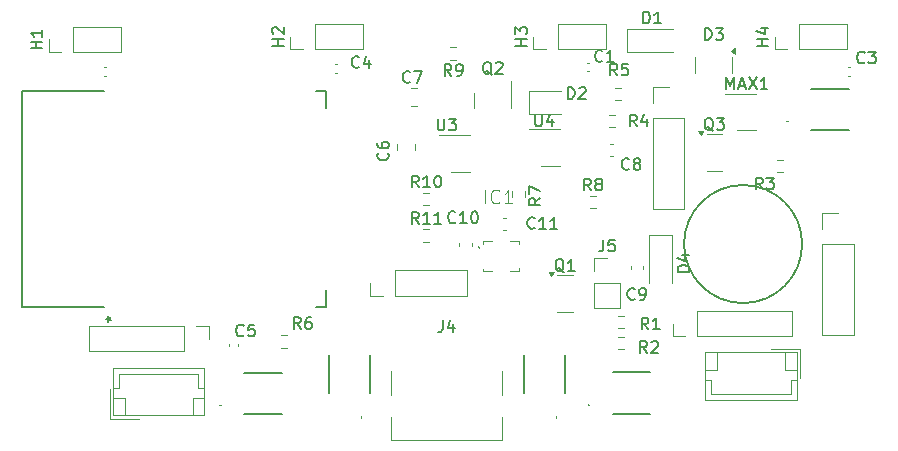
<source format=gbr>
%TF.GenerationSoftware,KiCad,Pcbnew,9.0.1*%
%TF.CreationDate,2025-05-18T13:56:21-05:00*%
%TF.ProjectId,LASK5-V3-0,4c41534b-352d-4563-932d-302e6b696361,rev?*%
%TF.SameCoordinates,Original*%
%TF.FileFunction,Legend,Top*%
%TF.FilePolarity,Positive*%
%FSLAX46Y46*%
G04 Gerber Fmt 4.6, Leading zero omitted, Abs format (unit mm)*
G04 Created by KiCad (PCBNEW 9.0.1) date 2025-05-18 13:56:21*
%MOMM*%
%LPD*%
G01*
G04 APERTURE LIST*
%ADD10C,0.150000*%
%ADD11C,0.101600*%
%ADD12C,0.100000*%
%ADD13C,0.120000*%
%ADD14C,0.200000*%
%ADD15C,0.152400*%
G04 APERTURE END LIST*
D10*
X182000000Y-85725000D02*
G75*
G02*
X172000000Y-85725000I-5000000J0D01*
G01*
X172000000Y-85725000D02*
G75*
G02*
X182000000Y-85725000I5000000J0D01*
G01*
D11*
X155134419Y-82285240D02*
X155134419Y-81116840D01*
X156358457Y-82173963D02*
X156302819Y-82229602D01*
X156302819Y-82229602D02*
X156135905Y-82285240D01*
X156135905Y-82285240D02*
X156024629Y-82285240D01*
X156024629Y-82285240D02*
X155857714Y-82229602D01*
X155857714Y-82229602D02*
X155746438Y-82118325D01*
X155746438Y-82118325D02*
X155690800Y-82007049D01*
X155690800Y-82007049D02*
X155635162Y-81784497D01*
X155635162Y-81784497D02*
X155635162Y-81617582D01*
X155635162Y-81617582D02*
X155690800Y-81395030D01*
X155690800Y-81395030D02*
X155746438Y-81283754D01*
X155746438Y-81283754D02*
X155857714Y-81172478D01*
X155857714Y-81172478D02*
X156024629Y-81116840D01*
X156024629Y-81116840D02*
X156135905Y-81116840D01*
X156135905Y-81116840D02*
X156302819Y-81172478D01*
X156302819Y-81172478D02*
X156358457Y-81228116D01*
X157471219Y-82285240D02*
X156803562Y-82285240D01*
X157137390Y-82285240D02*
X157137390Y-81116840D01*
X157137390Y-81116840D02*
X157026114Y-81283754D01*
X157026114Y-81283754D02*
X156914838Y-81395030D01*
X156914838Y-81395030D02*
X156803562Y-81450668D01*
D10*
X152632142Y-83859580D02*
X152584523Y-83907200D01*
X152584523Y-83907200D02*
X152441666Y-83954819D01*
X152441666Y-83954819D02*
X152346428Y-83954819D01*
X152346428Y-83954819D02*
X152203571Y-83907200D01*
X152203571Y-83907200D02*
X152108333Y-83811961D01*
X152108333Y-83811961D02*
X152060714Y-83716723D01*
X152060714Y-83716723D02*
X152013095Y-83526247D01*
X152013095Y-83526247D02*
X152013095Y-83383390D01*
X152013095Y-83383390D02*
X152060714Y-83192914D01*
X152060714Y-83192914D02*
X152108333Y-83097676D01*
X152108333Y-83097676D02*
X152203571Y-83002438D01*
X152203571Y-83002438D02*
X152346428Y-82954819D01*
X152346428Y-82954819D02*
X152441666Y-82954819D01*
X152441666Y-82954819D02*
X152584523Y-83002438D01*
X152584523Y-83002438D02*
X152632142Y-83050057D01*
X153584523Y-83954819D02*
X153013095Y-83954819D01*
X153298809Y-83954819D02*
X153298809Y-82954819D01*
X153298809Y-82954819D02*
X153203571Y-83097676D01*
X153203571Y-83097676D02*
X153108333Y-83192914D01*
X153108333Y-83192914D02*
X153013095Y-83240533D01*
X154203571Y-82954819D02*
X154298809Y-82954819D01*
X154298809Y-82954819D02*
X154394047Y-83002438D01*
X154394047Y-83002438D02*
X154441666Y-83050057D01*
X154441666Y-83050057D02*
X154489285Y-83145295D01*
X154489285Y-83145295D02*
X154536904Y-83335771D01*
X154536904Y-83335771D02*
X154536904Y-83573866D01*
X154536904Y-83573866D02*
X154489285Y-83764342D01*
X154489285Y-83764342D02*
X154441666Y-83859580D01*
X154441666Y-83859580D02*
X154394047Y-83907200D01*
X154394047Y-83907200D02*
X154298809Y-83954819D01*
X154298809Y-83954819D02*
X154203571Y-83954819D01*
X154203571Y-83954819D02*
X154108333Y-83907200D01*
X154108333Y-83907200D02*
X154060714Y-83859580D01*
X154060714Y-83859580D02*
X154013095Y-83764342D01*
X154013095Y-83764342D02*
X153965476Y-83573866D01*
X153965476Y-83573866D02*
X153965476Y-83335771D01*
X153965476Y-83335771D02*
X154013095Y-83145295D01*
X154013095Y-83145295D02*
X154060714Y-83050057D01*
X154060714Y-83050057D02*
X154108333Y-83002438D01*
X154108333Y-83002438D02*
X154203571Y-82954819D01*
X167981333Y-75765819D02*
X167648000Y-75289628D01*
X167409905Y-75765819D02*
X167409905Y-74765819D01*
X167409905Y-74765819D02*
X167790857Y-74765819D01*
X167790857Y-74765819D02*
X167886095Y-74813438D01*
X167886095Y-74813438D02*
X167933714Y-74861057D01*
X167933714Y-74861057D02*
X167981333Y-74956295D01*
X167981333Y-74956295D02*
X167981333Y-75099152D01*
X167981333Y-75099152D02*
X167933714Y-75194390D01*
X167933714Y-75194390D02*
X167886095Y-75242009D01*
X167886095Y-75242009D02*
X167790857Y-75289628D01*
X167790857Y-75289628D02*
X167409905Y-75289628D01*
X168838476Y-75099152D02*
X168838476Y-75765819D01*
X168600381Y-74718200D02*
X168362286Y-75432485D01*
X168362286Y-75432485D02*
X168981333Y-75432485D01*
X146917580Y-78017666D02*
X146965200Y-78065285D01*
X146965200Y-78065285D02*
X147012819Y-78208142D01*
X147012819Y-78208142D02*
X147012819Y-78303380D01*
X147012819Y-78303380D02*
X146965200Y-78446237D01*
X146965200Y-78446237D02*
X146869961Y-78541475D01*
X146869961Y-78541475D02*
X146774723Y-78589094D01*
X146774723Y-78589094D02*
X146584247Y-78636713D01*
X146584247Y-78636713D02*
X146441390Y-78636713D01*
X146441390Y-78636713D02*
X146250914Y-78589094D01*
X146250914Y-78589094D02*
X146155676Y-78541475D01*
X146155676Y-78541475D02*
X146060438Y-78446237D01*
X146060438Y-78446237D02*
X146012819Y-78303380D01*
X146012819Y-78303380D02*
X146012819Y-78208142D01*
X146012819Y-78208142D02*
X146060438Y-78065285D01*
X146060438Y-78065285D02*
X146108057Y-78017666D01*
X146012819Y-77160523D02*
X146012819Y-77350999D01*
X146012819Y-77350999D02*
X146060438Y-77446237D01*
X146060438Y-77446237D02*
X146108057Y-77493856D01*
X146108057Y-77493856D02*
X146250914Y-77589094D01*
X146250914Y-77589094D02*
X146441390Y-77636713D01*
X146441390Y-77636713D02*
X146822342Y-77636713D01*
X146822342Y-77636713D02*
X146917580Y-77589094D01*
X146917580Y-77589094D02*
X146965200Y-77541475D01*
X146965200Y-77541475D02*
X147012819Y-77446237D01*
X147012819Y-77446237D02*
X147012819Y-77255761D01*
X147012819Y-77255761D02*
X146965200Y-77160523D01*
X146965200Y-77160523D02*
X146917580Y-77112904D01*
X146917580Y-77112904D02*
X146822342Y-77065285D01*
X146822342Y-77065285D02*
X146584247Y-77065285D01*
X146584247Y-77065285D02*
X146489009Y-77112904D01*
X146489009Y-77112904D02*
X146441390Y-77160523D01*
X146441390Y-77160523D02*
X146393771Y-77255761D01*
X146393771Y-77255761D02*
X146393771Y-77446237D01*
X146393771Y-77446237D02*
X146441390Y-77541475D01*
X146441390Y-77541475D02*
X146489009Y-77589094D01*
X146489009Y-77589094D02*
X146584247Y-77636713D01*
X161842261Y-88100057D02*
X161747023Y-88052438D01*
X161747023Y-88052438D02*
X161651785Y-87957200D01*
X161651785Y-87957200D02*
X161508928Y-87814342D01*
X161508928Y-87814342D02*
X161413690Y-87766723D01*
X161413690Y-87766723D02*
X161318452Y-87766723D01*
X161366071Y-88004819D02*
X161270833Y-87957200D01*
X161270833Y-87957200D02*
X161175595Y-87861961D01*
X161175595Y-87861961D02*
X161127976Y-87671485D01*
X161127976Y-87671485D02*
X161127976Y-87338152D01*
X161127976Y-87338152D02*
X161175595Y-87147676D01*
X161175595Y-87147676D02*
X161270833Y-87052438D01*
X161270833Y-87052438D02*
X161366071Y-87004819D01*
X161366071Y-87004819D02*
X161556547Y-87004819D01*
X161556547Y-87004819D02*
X161651785Y-87052438D01*
X161651785Y-87052438D02*
X161747023Y-87147676D01*
X161747023Y-87147676D02*
X161794642Y-87338152D01*
X161794642Y-87338152D02*
X161794642Y-87671485D01*
X161794642Y-87671485D02*
X161747023Y-87861961D01*
X161747023Y-87861961D02*
X161651785Y-87957200D01*
X161651785Y-87957200D02*
X161556547Y-88004819D01*
X161556547Y-88004819D02*
X161366071Y-88004819D01*
X162747023Y-88004819D02*
X162175595Y-88004819D01*
X162461309Y-88004819D02*
X162461309Y-87004819D01*
X162461309Y-87004819D02*
X162366071Y-87147676D01*
X162366071Y-87147676D02*
X162270833Y-87242914D01*
X162270833Y-87242914D02*
X162175595Y-87290533D01*
X152297333Y-71480819D02*
X151964000Y-71004628D01*
X151725905Y-71480819D02*
X151725905Y-70480819D01*
X151725905Y-70480819D02*
X152106857Y-70480819D01*
X152106857Y-70480819D02*
X152202095Y-70528438D01*
X152202095Y-70528438D02*
X152249714Y-70576057D01*
X152249714Y-70576057D02*
X152297333Y-70671295D01*
X152297333Y-70671295D02*
X152297333Y-70814152D01*
X152297333Y-70814152D02*
X152249714Y-70909390D01*
X152249714Y-70909390D02*
X152202095Y-70957009D01*
X152202095Y-70957009D02*
X152106857Y-71004628D01*
X152106857Y-71004628D02*
X151725905Y-71004628D01*
X152773524Y-71480819D02*
X152964000Y-71480819D01*
X152964000Y-71480819D02*
X153059238Y-71433200D01*
X153059238Y-71433200D02*
X153106857Y-71385580D01*
X153106857Y-71385580D02*
X153202095Y-71242723D01*
X153202095Y-71242723D02*
X153249714Y-71052247D01*
X153249714Y-71052247D02*
X153249714Y-70671295D01*
X153249714Y-70671295D02*
X153202095Y-70576057D01*
X153202095Y-70576057D02*
X153154476Y-70528438D01*
X153154476Y-70528438D02*
X153059238Y-70480819D01*
X153059238Y-70480819D02*
X152868762Y-70480819D01*
X152868762Y-70480819D02*
X152773524Y-70528438D01*
X152773524Y-70528438D02*
X152725905Y-70576057D01*
X152725905Y-70576057D02*
X152678286Y-70671295D01*
X152678286Y-70671295D02*
X152678286Y-70909390D01*
X152678286Y-70909390D02*
X152725905Y-71004628D01*
X152725905Y-71004628D02*
X152773524Y-71052247D01*
X152773524Y-71052247D02*
X152868762Y-71099866D01*
X152868762Y-71099866D02*
X153059238Y-71099866D01*
X153059238Y-71099866D02*
X153154476Y-71052247D01*
X153154476Y-71052247D02*
X153202095Y-71004628D01*
X153202095Y-71004628D02*
X153249714Y-70909390D01*
X155728761Y-71416057D02*
X155633523Y-71368438D01*
X155633523Y-71368438D02*
X155538285Y-71273200D01*
X155538285Y-71273200D02*
X155395428Y-71130342D01*
X155395428Y-71130342D02*
X155300190Y-71082723D01*
X155300190Y-71082723D02*
X155204952Y-71082723D01*
X155252571Y-71320819D02*
X155157333Y-71273200D01*
X155157333Y-71273200D02*
X155062095Y-71177961D01*
X155062095Y-71177961D02*
X155014476Y-70987485D01*
X155014476Y-70987485D02*
X155014476Y-70654152D01*
X155014476Y-70654152D02*
X155062095Y-70463676D01*
X155062095Y-70463676D02*
X155157333Y-70368438D01*
X155157333Y-70368438D02*
X155252571Y-70320819D01*
X155252571Y-70320819D02*
X155443047Y-70320819D01*
X155443047Y-70320819D02*
X155538285Y-70368438D01*
X155538285Y-70368438D02*
X155633523Y-70463676D01*
X155633523Y-70463676D02*
X155681142Y-70654152D01*
X155681142Y-70654152D02*
X155681142Y-70987485D01*
X155681142Y-70987485D02*
X155633523Y-71177961D01*
X155633523Y-71177961D02*
X155538285Y-71273200D01*
X155538285Y-71273200D02*
X155443047Y-71320819D01*
X155443047Y-71320819D02*
X155252571Y-71320819D01*
X156062095Y-70416057D02*
X156109714Y-70368438D01*
X156109714Y-70368438D02*
X156204952Y-70320819D01*
X156204952Y-70320819D02*
X156443047Y-70320819D01*
X156443047Y-70320819D02*
X156538285Y-70368438D01*
X156538285Y-70368438D02*
X156585904Y-70416057D01*
X156585904Y-70416057D02*
X156633523Y-70511295D01*
X156633523Y-70511295D02*
X156633523Y-70606533D01*
X156633523Y-70606533D02*
X156585904Y-70749390D01*
X156585904Y-70749390D02*
X156014476Y-71320819D01*
X156014476Y-71320819D02*
X156633523Y-71320819D01*
X159385095Y-74765819D02*
X159385095Y-75575342D01*
X159385095Y-75575342D02*
X159432714Y-75670580D01*
X159432714Y-75670580D02*
X159480333Y-75718200D01*
X159480333Y-75718200D02*
X159575571Y-75765819D01*
X159575571Y-75765819D02*
X159766047Y-75765819D01*
X159766047Y-75765819D02*
X159861285Y-75718200D01*
X159861285Y-75718200D02*
X159908904Y-75670580D01*
X159908904Y-75670580D02*
X159956523Y-75575342D01*
X159956523Y-75575342D02*
X159956523Y-74765819D01*
X160861285Y-75099152D02*
X160861285Y-75765819D01*
X160623190Y-74718200D02*
X160385095Y-75432485D01*
X160385095Y-75432485D02*
X161004142Y-75432485D01*
X138126819Y-68929504D02*
X137126819Y-68929504D01*
X137603009Y-68929504D02*
X137603009Y-68358076D01*
X138126819Y-68358076D02*
X137126819Y-68358076D01*
X137222057Y-67929504D02*
X137174438Y-67881885D01*
X137174438Y-67881885D02*
X137126819Y-67786647D01*
X137126819Y-67786647D02*
X137126819Y-67548552D01*
X137126819Y-67548552D02*
X137174438Y-67453314D01*
X137174438Y-67453314D02*
X137222057Y-67405695D01*
X137222057Y-67405695D02*
X137317295Y-67358076D01*
X137317295Y-67358076D02*
X137412533Y-67358076D01*
X137412533Y-67358076D02*
X137555390Y-67405695D01*
X137555390Y-67405695D02*
X138126819Y-67977123D01*
X138126819Y-67977123D02*
X138126819Y-67358076D01*
X167346333Y-79353580D02*
X167298714Y-79401200D01*
X167298714Y-79401200D02*
X167155857Y-79448819D01*
X167155857Y-79448819D02*
X167060619Y-79448819D01*
X167060619Y-79448819D02*
X166917762Y-79401200D01*
X166917762Y-79401200D02*
X166822524Y-79305961D01*
X166822524Y-79305961D02*
X166774905Y-79210723D01*
X166774905Y-79210723D02*
X166727286Y-79020247D01*
X166727286Y-79020247D02*
X166727286Y-78877390D01*
X166727286Y-78877390D02*
X166774905Y-78686914D01*
X166774905Y-78686914D02*
X166822524Y-78591676D01*
X166822524Y-78591676D02*
X166917762Y-78496438D01*
X166917762Y-78496438D02*
X167060619Y-78448819D01*
X167060619Y-78448819D02*
X167155857Y-78448819D01*
X167155857Y-78448819D02*
X167298714Y-78496438D01*
X167298714Y-78496438D02*
X167346333Y-78544057D01*
X167917762Y-78877390D02*
X167822524Y-78829771D01*
X167822524Y-78829771D02*
X167774905Y-78782152D01*
X167774905Y-78782152D02*
X167727286Y-78686914D01*
X167727286Y-78686914D02*
X167727286Y-78639295D01*
X167727286Y-78639295D02*
X167774905Y-78544057D01*
X167774905Y-78544057D02*
X167822524Y-78496438D01*
X167822524Y-78496438D02*
X167917762Y-78448819D01*
X167917762Y-78448819D02*
X168108238Y-78448819D01*
X168108238Y-78448819D02*
X168203476Y-78496438D01*
X168203476Y-78496438D02*
X168251095Y-78544057D01*
X168251095Y-78544057D02*
X168298714Y-78639295D01*
X168298714Y-78639295D02*
X168298714Y-78686914D01*
X168298714Y-78686914D02*
X168251095Y-78782152D01*
X168251095Y-78782152D02*
X168203476Y-78829771D01*
X168203476Y-78829771D02*
X168108238Y-78877390D01*
X168108238Y-78877390D02*
X167917762Y-78877390D01*
X167917762Y-78877390D02*
X167822524Y-78925009D01*
X167822524Y-78925009D02*
X167774905Y-78972628D01*
X167774905Y-78972628D02*
X167727286Y-79067866D01*
X167727286Y-79067866D02*
X167727286Y-79258342D01*
X167727286Y-79258342D02*
X167774905Y-79353580D01*
X167774905Y-79353580D02*
X167822524Y-79401200D01*
X167822524Y-79401200D02*
X167917762Y-79448819D01*
X167917762Y-79448819D02*
X168108238Y-79448819D01*
X168108238Y-79448819D02*
X168203476Y-79401200D01*
X168203476Y-79401200D02*
X168251095Y-79353580D01*
X168251095Y-79353580D02*
X168298714Y-79258342D01*
X168298714Y-79258342D02*
X168298714Y-79067866D01*
X168298714Y-79067866D02*
X168251095Y-78972628D01*
X168251095Y-78972628D02*
X168203476Y-78925009D01*
X168203476Y-78925009D02*
X168108238Y-78877390D01*
X151130095Y-75098819D02*
X151130095Y-75908342D01*
X151130095Y-75908342D02*
X151177714Y-76003580D01*
X151177714Y-76003580D02*
X151225333Y-76051200D01*
X151225333Y-76051200D02*
X151320571Y-76098819D01*
X151320571Y-76098819D02*
X151511047Y-76098819D01*
X151511047Y-76098819D02*
X151606285Y-76051200D01*
X151606285Y-76051200D02*
X151653904Y-76003580D01*
X151653904Y-76003580D02*
X151701523Y-75908342D01*
X151701523Y-75908342D02*
X151701523Y-75098819D01*
X152082476Y-75098819D02*
X152701523Y-75098819D01*
X152701523Y-75098819D02*
X152368190Y-75479771D01*
X152368190Y-75479771D02*
X152511047Y-75479771D01*
X152511047Y-75479771D02*
X152606285Y-75527390D01*
X152606285Y-75527390D02*
X152653904Y-75575009D01*
X152653904Y-75575009D02*
X152701523Y-75670247D01*
X152701523Y-75670247D02*
X152701523Y-75908342D01*
X152701523Y-75908342D02*
X152653904Y-76003580D01*
X152653904Y-76003580D02*
X152606285Y-76051200D01*
X152606285Y-76051200D02*
X152511047Y-76098819D01*
X152511047Y-76098819D02*
X152225333Y-76098819D01*
X152225333Y-76098819D02*
X152130095Y-76051200D01*
X152130095Y-76051200D02*
X152082476Y-76003580D01*
X178649333Y-81099819D02*
X178316000Y-80623628D01*
X178077905Y-81099819D02*
X178077905Y-80099819D01*
X178077905Y-80099819D02*
X178458857Y-80099819D01*
X178458857Y-80099819D02*
X178554095Y-80147438D01*
X178554095Y-80147438D02*
X178601714Y-80195057D01*
X178601714Y-80195057D02*
X178649333Y-80290295D01*
X178649333Y-80290295D02*
X178649333Y-80433152D01*
X178649333Y-80433152D02*
X178601714Y-80528390D01*
X178601714Y-80528390D02*
X178554095Y-80576009D01*
X178554095Y-80576009D02*
X178458857Y-80623628D01*
X178458857Y-80623628D02*
X178077905Y-80623628D01*
X178982667Y-80099819D02*
X179601714Y-80099819D01*
X179601714Y-80099819D02*
X179268381Y-80480771D01*
X179268381Y-80480771D02*
X179411238Y-80480771D01*
X179411238Y-80480771D02*
X179506476Y-80528390D01*
X179506476Y-80528390D02*
X179554095Y-80576009D01*
X179554095Y-80576009D02*
X179601714Y-80671247D01*
X179601714Y-80671247D02*
X179601714Y-80909342D01*
X179601714Y-80909342D02*
X179554095Y-81004580D01*
X179554095Y-81004580D02*
X179506476Y-81052200D01*
X179506476Y-81052200D02*
X179411238Y-81099819D01*
X179411238Y-81099819D02*
X179125524Y-81099819D01*
X179125524Y-81099819D02*
X179030286Y-81052200D01*
X179030286Y-81052200D02*
X178982667Y-81004580D01*
X168857333Y-94942819D02*
X168524000Y-94466628D01*
X168285905Y-94942819D02*
X168285905Y-93942819D01*
X168285905Y-93942819D02*
X168666857Y-93942819D01*
X168666857Y-93942819D02*
X168762095Y-93990438D01*
X168762095Y-93990438D02*
X168809714Y-94038057D01*
X168809714Y-94038057D02*
X168857333Y-94133295D01*
X168857333Y-94133295D02*
X168857333Y-94276152D01*
X168857333Y-94276152D02*
X168809714Y-94371390D01*
X168809714Y-94371390D02*
X168762095Y-94419009D01*
X168762095Y-94419009D02*
X168666857Y-94466628D01*
X168666857Y-94466628D02*
X168285905Y-94466628D01*
X169238286Y-94038057D02*
X169285905Y-93990438D01*
X169285905Y-93990438D02*
X169381143Y-93942819D01*
X169381143Y-93942819D02*
X169619238Y-93942819D01*
X169619238Y-93942819D02*
X169714476Y-93990438D01*
X169714476Y-93990438D02*
X169762095Y-94038057D01*
X169762095Y-94038057D02*
X169809714Y-94133295D01*
X169809714Y-94133295D02*
X169809714Y-94228533D01*
X169809714Y-94228533D02*
X169762095Y-94371390D01*
X169762095Y-94371390D02*
X169190667Y-94942819D01*
X169190667Y-94942819D02*
X169809714Y-94942819D01*
X164108333Y-81193819D02*
X163775000Y-80717628D01*
X163536905Y-81193819D02*
X163536905Y-80193819D01*
X163536905Y-80193819D02*
X163917857Y-80193819D01*
X163917857Y-80193819D02*
X164013095Y-80241438D01*
X164013095Y-80241438D02*
X164060714Y-80289057D01*
X164060714Y-80289057D02*
X164108333Y-80384295D01*
X164108333Y-80384295D02*
X164108333Y-80527152D01*
X164108333Y-80527152D02*
X164060714Y-80622390D01*
X164060714Y-80622390D02*
X164013095Y-80670009D01*
X164013095Y-80670009D02*
X163917857Y-80717628D01*
X163917857Y-80717628D02*
X163536905Y-80717628D01*
X164679762Y-80622390D02*
X164584524Y-80574771D01*
X164584524Y-80574771D02*
X164536905Y-80527152D01*
X164536905Y-80527152D02*
X164489286Y-80431914D01*
X164489286Y-80431914D02*
X164489286Y-80384295D01*
X164489286Y-80384295D02*
X164536905Y-80289057D01*
X164536905Y-80289057D02*
X164584524Y-80241438D01*
X164584524Y-80241438D02*
X164679762Y-80193819D01*
X164679762Y-80193819D02*
X164870238Y-80193819D01*
X164870238Y-80193819D02*
X164965476Y-80241438D01*
X164965476Y-80241438D02*
X165013095Y-80289057D01*
X165013095Y-80289057D02*
X165060714Y-80384295D01*
X165060714Y-80384295D02*
X165060714Y-80431914D01*
X165060714Y-80431914D02*
X165013095Y-80527152D01*
X165013095Y-80527152D02*
X164965476Y-80574771D01*
X164965476Y-80574771D02*
X164870238Y-80622390D01*
X164870238Y-80622390D02*
X164679762Y-80622390D01*
X164679762Y-80622390D02*
X164584524Y-80670009D01*
X164584524Y-80670009D02*
X164536905Y-80717628D01*
X164536905Y-80717628D02*
X164489286Y-80812866D01*
X164489286Y-80812866D02*
X164489286Y-81003342D01*
X164489286Y-81003342D02*
X164536905Y-81098580D01*
X164536905Y-81098580D02*
X164584524Y-81146200D01*
X164584524Y-81146200D02*
X164679762Y-81193819D01*
X164679762Y-81193819D02*
X164870238Y-81193819D01*
X164870238Y-81193819D02*
X164965476Y-81146200D01*
X164965476Y-81146200D02*
X165013095Y-81098580D01*
X165013095Y-81098580D02*
X165060714Y-81003342D01*
X165060714Y-81003342D02*
X165060714Y-80812866D01*
X165060714Y-80812866D02*
X165013095Y-80717628D01*
X165013095Y-80717628D02*
X164965476Y-80670009D01*
X164965476Y-80670009D02*
X164870238Y-80622390D01*
X174467261Y-76150057D02*
X174372023Y-76102438D01*
X174372023Y-76102438D02*
X174276785Y-76007200D01*
X174276785Y-76007200D02*
X174133928Y-75864342D01*
X174133928Y-75864342D02*
X174038690Y-75816723D01*
X174038690Y-75816723D02*
X173943452Y-75816723D01*
X173991071Y-76054819D02*
X173895833Y-76007200D01*
X173895833Y-76007200D02*
X173800595Y-75911961D01*
X173800595Y-75911961D02*
X173752976Y-75721485D01*
X173752976Y-75721485D02*
X173752976Y-75388152D01*
X173752976Y-75388152D02*
X173800595Y-75197676D01*
X173800595Y-75197676D02*
X173895833Y-75102438D01*
X173895833Y-75102438D02*
X173991071Y-75054819D01*
X173991071Y-75054819D02*
X174181547Y-75054819D01*
X174181547Y-75054819D02*
X174276785Y-75102438D01*
X174276785Y-75102438D02*
X174372023Y-75197676D01*
X174372023Y-75197676D02*
X174419642Y-75388152D01*
X174419642Y-75388152D02*
X174419642Y-75721485D01*
X174419642Y-75721485D02*
X174372023Y-75911961D01*
X174372023Y-75911961D02*
X174276785Y-76007200D01*
X174276785Y-76007200D02*
X174181547Y-76054819D01*
X174181547Y-76054819D02*
X173991071Y-76054819D01*
X174752976Y-75054819D02*
X175372023Y-75054819D01*
X175372023Y-75054819D02*
X175038690Y-75435771D01*
X175038690Y-75435771D02*
X175181547Y-75435771D01*
X175181547Y-75435771D02*
X175276785Y-75483390D01*
X175276785Y-75483390D02*
X175324404Y-75531009D01*
X175324404Y-75531009D02*
X175372023Y-75626247D01*
X175372023Y-75626247D02*
X175372023Y-75864342D01*
X175372023Y-75864342D02*
X175324404Y-75959580D01*
X175324404Y-75959580D02*
X175276785Y-76007200D01*
X175276785Y-76007200D02*
X175181547Y-76054819D01*
X175181547Y-76054819D02*
X174895833Y-76054819D01*
X174895833Y-76054819D02*
X174800595Y-76007200D01*
X174800595Y-76007200D02*
X174752976Y-75959580D01*
X144486333Y-70717580D02*
X144438714Y-70765200D01*
X144438714Y-70765200D02*
X144295857Y-70812819D01*
X144295857Y-70812819D02*
X144200619Y-70812819D01*
X144200619Y-70812819D02*
X144057762Y-70765200D01*
X144057762Y-70765200D02*
X143962524Y-70669961D01*
X143962524Y-70669961D02*
X143914905Y-70574723D01*
X143914905Y-70574723D02*
X143867286Y-70384247D01*
X143867286Y-70384247D02*
X143867286Y-70241390D01*
X143867286Y-70241390D02*
X143914905Y-70050914D01*
X143914905Y-70050914D02*
X143962524Y-69955676D01*
X143962524Y-69955676D02*
X144057762Y-69860438D01*
X144057762Y-69860438D02*
X144200619Y-69812819D01*
X144200619Y-69812819D02*
X144295857Y-69812819D01*
X144295857Y-69812819D02*
X144438714Y-69860438D01*
X144438714Y-69860438D02*
X144486333Y-69908057D01*
X145343476Y-70146152D02*
X145343476Y-70812819D01*
X145105381Y-69765200D02*
X144867286Y-70479485D01*
X144867286Y-70479485D02*
X145486333Y-70479485D01*
X134707333Y-93450580D02*
X134659714Y-93498200D01*
X134659714Y-93498200D02*
X134516857Y-93545819D01*
X134516857Y-93545819D02*
X134421619Y-93545819D01*
X134421619Y-93545819D02*
X134278762Y-93498200D01*
X134278762Y-93498200D02*
X134183524Y-93402961D01*
X134183524Y-93402961D02*
X134135905Y-93307723D01*
X134135905Y-93307723D02*
X134088286Y-93117247D01*
X134088286Y-93117247D02*
X134088286Y-92974390D01*
X134088286Y-92974390D02*
X134135905Y-92783914D01*
X134135905Y-92783914D02*
X134183524Y-92688676D01*
X134183524Y-92688676D02*
X134278762Y-92593438D01*
X134278762Y-92593438D02*
X134421619Y-92545819D01*
X134421619Y-92545819D02*
X134516857Y-92545819D01*
X134516857Y-92545819D02*
X134659714Y-92593438D01*
X134659714Y-92593438D02*
X134707333Y-92641057D01*
X135612095Y-92545819D02*
X135135905Y-92545819D01*
X135135905Y-92545819D02*
X135088286Y-93022009D01*
X135088286Y-93022009D02*
X135135905Y-92974390D01*
X135135905Y-92974390D02*
X135231143Y-92926771D01*
X135231143Y-92926771D02*
X135469238Y-92926771D01*
X135469238Y-92926771D02*
X135564476Y-92974390D01*
X135564476Y-92974390D02*
X135612095Y-93022009D01*
X135612095Y-93022009D02*
X135659714Y-93117247D01*
X135659714Y-93117247D02*
X135659714Y-93355342D01*
X135659714Y-93355342D02*
X135612095Y-93450580D01*
X135612095Y-93450580D02*
X135564476Y-93498200D01*
X135564476Y-93498200D02*
X135469238Y-93545819D01*
X135469238Y-93545819D02*
X135231143Y-93545819D01*
X135231143Y-93545819D02*
X135135905Y-93498200D01*
X135135905Y-93498200D02*
X135088286Y-93450580D01*
X187285333Y-70336580D02*
X187237714Y-70384200D01*
X187237714Y-70384200D02*
X187094857Y-70431819D01*
X187094857Y-70431819D02*
X186999619Y-70431819D01*
X186999619Y-70431819D02*
X186856762Y-70384200D01*
X186856762Y-70384200D02*
X186761524Y-70288961D01*
X186761524Y-70288961D02*
X186713905Y-70193723D01*
X186713905Y-70193723D02*
X186666286Y-70003247D01*
X186666286Y-70003247D02*
X186666286Y-69860390D01*
X186666286Y-69860390D02*
X186713905Y-69669914D01*
X186713905Y-69669914D02*
X186761524Y-69574676D01*
X186761524Y-69574676D02*
X186856762Y-69479438D01*
X186856762Y-69479438D02*
X186999619Y-69431819D01*
X186999619Y-69431819D02*
X187094857Y-69431819D01*
X187094857Y-69431819D02*
X187237714Y-69479438D01*
X187237714Y-69479438D02*
X187285333Y-69527057D01*
X187618667Y-69431819D02*
X188237714Y-69431819D01*
X188237714Y-69431819D02*
X187904381Y-69812771D01*
X187904381Y-69812771D02*
X188047238Y-69812771D01*
X188047238Y-69812771D02*
X188142476Y-69860390D01*
X188142476Y-69860390D02*
X188190095Y-69908009D01*
X188190095Y-69908009D02*
X188237714Y-70003247D01*
X188237714Y-70003247D02*
X188237714Y-70241342D01*
X188237714Y-70241342D02*
X188190095Y-70336580D01*
X188190095Y-70336580D02*
X188142476Y-70384200D01*
X188142476Y-70384200D02*
X188047238Y-70431819D01*
X188047238Y-70431819D02*
X187761524Y-70431819D01*
X187761524Y-70431819D02*
X187666286Y-70384200D01*
X187666286Y-70384200D02*
X187618667Y-70336580D01*
X168534905Y-67049819D02*
X168534905Y-66049819D01*
X168534905Y-66049819D02*
X168773000Y-66049819D01*
X168773000Y-66049819D02*
X168915857Y-66097438D01*
X168915857Y-66097438D02*
X169011095Y-66192676D01*
X169011095Y-66192676D02*
X169058714Y-66287914D01*
X169058714Y-66287914D02*
X169106333Y-66478390D01*
X169106333Y-66478390D02*
X169106333Y-66621247D01*
X169106333Y-66621247D02*
X169058714Y-66811723D01*
X169058714Y-66811723D02*
X169011095Y-66906961D01*
X169011095Y-66906961D02*
X168915857Y-67002200D01*
X168915857Y-67002200D02*
X168773000Y-67049819D01*
X168773000Y-67049819D02*
X168534905Y-67049819D01*
X170058714Y-67049819D02*
X169487286Y-67049819D01*
X169773000Y-67049819D02*
X169773000Y-66049819D01*
X169773000Y-66049819D02*
X169677762Y-66192676D01*
X169677762Y-66192676D02*
X169582524Y-66287914D01*
X169582524Y-66287914D02*
X169487286Y-66335533D01*
X179147819Y-68929504D02*
X178147819Y-68929504D01*
X178624009Y-68929504D02*
X178624009Y-68358076D01*
X179147819Y-68358076D02*
X178147819Y-68358076D01*
X178481152Y-67453314D02*
X179147819Y-67453314D01*
X178100200Y-67691409D02*
X178814485Y-67929504D01*
X178814485Y-67929504D02*
X178814485Y-67310457D01*
X168984333Y-92954819D02*
X168651000Y-92478628D01*
X168412905Y-92954819D02*
X168412905Y-91954819D01*
X168412905Y-91954819D02*
X168793857Y-91954819D01*
X168793857Y-91954819D02*
X168889095Y-92002438D01*
X168889095Y-92002438D02*
X168936714Y-92050057D01*
X168936714Y-92050057D02*
X168984333Y-92145295D01*
X168984333Y-92145295D02*
X168984333Y-92288152D01*
X168984333Y-92288152D02*
X168936714Y-92383390D01*
X168936714Y-92383390D02*
X168889095Y-92431009D01*
X168889095Y-92431009D02*
X168793857Y-92478628D01*
X168793857Y-92478628D02*
X168412905Y-92478628D01*
X169936714Y-92954819D02*
X169365286Y-92954819D01*
X169651000Y-92954819D02*
X169651000Y-91954819D01*
X169651000Y-91954819D02*
X169555762Y-92097676D01*
X169555762Y-92097676D02*
X169460524Y-92192914D01*
X169460524Y-92192914D02*
X169365286Y-92240533D01*
X159839819Y-81826666D02*
X159363628Y-82159999D01*
X159839819Y-82398094D02*
X158839819Y-82398094D01*
X158839819Y-82398094D02*
X158839819Y-82017142D01*
X158839819Y-82017142D02*
X158887438Y-81921904D01*
X158887438Y-81921904D02*
X158935057Y-81874285D01*
X158935057Y-81874285D02*
X159030295Y-81826666D01*
X159030295Y-81826666D02*
X159173152Y-81826666D01*
X159173152Y-81826666D02*
X159268390Y-81874285D01*
X159268390Y-81874285D02*
X159316009Y-81921904D01*
X159316009Y-81921904D02*
X159363628Y-82017142D01*
X159363628Y-82017142D02*
X159363628Y-82398094D01*
X158839819Y-81493332D02*
X158839819Y-80826666D01*
X158839819Y-80826666D02*
X159839819Y-81255237D01*
X123045819Y-92049299D02*
X123283914Y-92049299D01*
X123188676Y-92287394D02*
X123283914Y-92049299D01*
X123283914Y-92049299D02*
X123188676Y-91811204D01*
X123474390Y-92192156D02*
X123283914Y-92049299D01*
X123283914Y-92049299D02*
X123474390Y-91906442D01*
X149532142Y-80939819D02*
X149198809Y-80463628D01*
X148960714Y-80939819D02*
X148960714Y-79939819D01*
X148960714Y-79939819D02*
X149341666Y-79939819D01*
X149341666Y-79939819D02*
X149436904Y-79987438D01*
X149436904Y-79987438D02*
X149484523Y-80035057D01*
X149484523Y-80035057D02*
X149532142Y-80130295D01*
X149532142Y-80130295D02*
X149532142Y-80273152D01*
X149532142Y-80273152D02*
X149484523Y-80368390D01*
X149484523Y-80368390D02*
X149436904Y-80416009D01*
X149436904Y-80416009D02*
X149341666Y-80463628D01*
X149341666Y-80463628D02*
X148960714Y-80463628D01*
X150484523Y-80939819D02*
X149913095Y-80939819D01*
X150198809Y-80939819D02*
X150198809Y-79939819D01*
X150198809Y-79939819D02*
X150103571Y-80082676D01*
X150103571Y-80082676D02*
X150008333Y-80177914D01*
X150008333Y-80177914D02*
X149913095Y-80225533D01*
X151103571Y-79939819D02*
X151198809Y-79939819D01*
X151198809Y-79939819D02*
X151294047Y-79987438D01*
X151294047Y-79987438D02*
X151341666Y-80035057D01*
X151341666Y-80035057D02*
X151389285Y-80130295D01*
X151389285Y-80130295D02*
X151436904Y-80320771D01*
X151436904Y-80320771D02*
X151436904Y-80558866D01*
X151436904Y-80558866D02*
X151389285Y-80749342D01*
X151389285Y-80749342D02*
X151341666Y-80844580D01*
X151341666Y-80844580D02*
X151294047Y-80892200D01*
X151294047Y-80892200D02*
X151198809Y-80939819D01*
X151198809Y-80939819D02*
X151103571Y-80939819D01*
X151103571Y-80939819D02*
X151008333Y-80892200D01*
X151008333Y-80892200D02*
X150960714Y-80844580D01*
X150960714Y-80844580D02*
X150913095Y-80749342D01*
X150913095Y-80749342D02*
X150865476Y-80558866D01*
X150865476Y-80558866D02*
X150865476Y-80320771D01*
X150865476Y-80320771D02*
X150913095Y-80130295D01*
X150913095Y-80130295D02*
X150960714Y-80035057D01*
X150960714Y-80035057D02*
X151008333Y-79987438D01*
X151008333Y-79987438D02*
X151103571Y-79939819D01*
X173761905Y-68454819D02*
X173761905Y-67454819D01*
X173761905Y-67454819D02*
X174000000Y-67454819D01*
X174000000Y-67454819D02*
X174142857Y-67502438D01*
X174142857Y-67502438D02*
X174238095Y-67597676D01*
X174238095Y-67597676D02*
X174285714Y-67692914D01*
X174285714Y-67692914D02*
X174333333Y-67883390D01*
X174333333Y-67883390D02*
X174333333Y-68026247D01*
X174333333Y-68026247D02*
X174285714Y-68216723D01*
X174285714Y-68216723D02*
X174238095Y-68311961D01*
X174238095Y-68311961D02*
X174142857Y-68407200D01*
X174142857Y-68407200D02*
X174000000Y-68454819D01*
X174000000Y-68454819D02*
X173761905Y-68454819D01*
X174666667Y-67454819D02*
X175285714Y-67454819D01*
X175285714Y-67454819D02*
X174952381Y-67835771D01*
X174952381Y-67835771D02*
X175095238Y-67835771D01*
X175095238Y-67835771D02*
X175190476Y-67883390D01*
X175190476Y-67883390D02*
X175238095Y-67931009D01*
X175238095Y-67931009D02*
X175285714Y-68026247D01*
X175285714Y-68026247D02*
X175285714Y-68264342D01*
X175285714Y-68264342D02*
X175238095Y-68359580D01*
X175238095Y-68359580D02*
X175190476Y-68407200D01*
X175190476Y-68407200D02*
X175095238Y-68454819D01*
X175095238Y-68454819D02*
X174809524Y-68454819D01*
X174809524Y-68454819D02*
X174714286Y-68407200D01*
X174714286Y-68407200D02*
X174666667Y-68359580D01*
X139533333Y-92910819D02*
X139200000Y-92434628D01*
X138961905Y-92910819D02*
X138961905Y-91910819D01*
X138961905Y-91910819D02*
X139342857Y-91910819D01*
X139342857Y-91910819D02*
X139438095Y-91958438D01*
X139438095Y-91958438D02*
X139485714Y-92006057D01*
X139485714Y-92006057D02*
X139533333Y-92101295D01*
X139533333Y-92101295D02*
X139533333Y-92244152D01*
X139533333Y-92244152D02*
X139485714Y-92339390D01*
X139485714Y-92339390D02*
X139438095Y-92387009D01*
X139438095Y-92387009D02*
X139342857Y-92434628D01*
X139342857Y-92434628D02*
X138961905Y-92434628D01*
X140390476Y-91910819D02*
X140200000Y-91910819D01*
X140200000Y-91910819D02*
X140104762Y-91958438D01*
X140104762Y-91958438D02*
X140057143Y-92006057D01*
X140057143Y-92006057D02*
X139961905Y-92148914D01*
X139961905Y-92148914D02*
X139914286Y-92339390D01*
X139914286Y-92339390D02*
X139914286Y-92720342D01*
X139914286Y-92720342D02*
X139961905Y-92815580D01*
X139961905Y-92815580D02*
X140009524Y-92863200D01*
X140009524Y-92863200D02*
X140104762Y-92910819D01*
X140104762Y-92910819D02*
X140295238Y-92910819D01*
X140295238Y-92910819D02*
X140390476Y-92863200D01*
X140390476Y-92863200D02*
X140438095Y-92815580D01*
X140438095Y-92815580D02*
X140485714Y-92720342D01*
X140485714Y-92720342D02*
X140485714Y-92482247D01*
X140485714Y-92482247D02*
X140438095Y-92387009D01*
X140438095Y-92387009D02*
X140390476Y-92339390D01*
X140390476Y-92339390D02*
X140295238Y-92291771D01*
X140295238Y-92291771D02*
X140104762Y-92291771D01*
X140104762Y-92291771D02*
X140009524Y-92339390D01*
X140009524Y-92339390D02*
X139961905Y-92387009D01*
X139961905Y-92387009D02*
X139914286Y-92482247D01*
X162158905Y-73454819D02*
X162158905Y-72454819D01*
X162158905Y-72454819D02*
X162397000Y-72454819D01*
X162397000Y-72454819D02*
X162539857Y-72502438D01*
X162539857Y-72502438D02*
X162635095Y-72597676D01*
X162635095Y-72597676D02*
X162682714Y-72692914D01*
X162682714Y-72692914D02*
X162730333Y-72883390D01*
X162730333Y-72883390D02*
X162730333Y-73026247D01*
X162730333Y-73026247D02*
X162682714Y-73216723D01*
X162682714Y-73216723D02*
X162635095Y-73311961D01*
X162635095Y-73311961D02*
X162539857Y-73407200D01*
X162539857Y-73407200D02*
X162397000Y-73454819D01*
X162397000Y-73454819D02*
X162158905Y-73454819D01*
X163111286Y-72550057D02*
X163158905Y-72502438D01*
X163158905Y-72502438D02*
X163254143Y-72454819D01*
X163254143Y-72454819D02*
X163492238Y-72454819D01*
X163492238Y-72454819D02*
X163587476Y-72502438D01*
X163587476Y-72502438D02*
X163635095Y-72550057D01*
X163635095Y-72550057D02*
X163682714Y-72645295D01*
X163682714Y-72645295D02*
X163682714Y-72740533D01*
X163682714Y-72740533D02*
X163635095Y-72883390D01*
X163635095Y-72883390D02*
X163063667Y-73454819D01*
X163063667Y-73454819D02*
X163682714Y-73454819D01*
X172454819Y-88088094D02*
X171454819Y-88088094D01*
X171454819Y-88088094D02*
X171454819Y-87849999D01*
X171454819Y-87849999D02*
X171502438Y-87707142D01*
X171502438Y-87707142D02*
X171597676Y-87611904D01*
X171597676Y-87611904D02*
X171692914Y-87564285D01*
X171692914Y-87564285D02*
X171883390Y-87516666D01*
X171883390Y-87516666D02*
X172026247Y-87516666D01*
X172026247Y-87516666D02*
X172216723Y-87564285D01*
X172216723Y-87564285D02*
X172311961Y-87611904D01*
X172311961Y-87611904D02*
X172407200Y-87707142D01*
X172407200Y-87707142D02*
X172454819Y-87849999D01*
X172454819Y-87849999D02*
X172454819Y-88088094D01*
X171788152Y-86659523D02*
X172454819Y-86659523D01*
X171407200Y-86897618D02*
X172121485Y-87135713D01*
X172121485Y-87135713D02*
X172121485Y-86516666D01*
X151556666Y-92189819D02*
X151556666Y-92904104D01*
X151556666Y-92904104D02*
X151509047Y-93046961D01*
X151509047Y-93046961D02*
X151413809Y-93142200D01*
X151413809Y-93142200D02*
X151270952Y-93189819D01*
X151270952Y-93189819D02*
X151175714Y-93189819D01*
X152461428Y-92523152D02*
X152461428Y-93189819D01*
X152223333Y-92142200D02*
X151985238Y-92856485D01*
X151985238Y-92856485D02*
X152604285Y-92856485D01*
X167833333Y-90359580D02*
X167785714Y-90407200D01*
X167785714Y-90407200D02*
X167642857Y-90454819D01*
X167642857Y-90454819D02*
X167547619Y-90454819D01*
X167547619Y-90454819D02*
X167404762Y-90407200D01*
X167404762Y-90407200D02*
X167309524Y-90311961D01*
X167309524Y-90311961D02*
X167261905Y-90216723D01*
X167261905Y-90216723D02*
X167214286Y-90026247D01*
X167214286Y-90026247D02*
X167214286Y-89883390D01*
X167214286Y-89883390D02*
X167261905Y-89692914D01*
X167261905Y-89692914D02*
X167309524Y-89597676D01*
X167309524Y-89597676D02*
X167404762Y-89502438D01*
X167404762Y-89502438D02*
X167547619Y-89454819D01*
X167547619Y-89454819D02*
X167642857Y-89454819D01*
X167642857Y-89454819D02*
X167785714Y-89502438D01*
X167785714Y-89502438D02*
X167833333Y-89550057D01*
X168309524Y-90454819D02*
X168500000Y-90454819D01*
X168500000Y-90454819D02*
X168595238Y-90407200D01*
X168595238Y-90407200D02*
X168642857Y-90359580D01*
X168642857Y-90359580D02*
X168738095Y-90216723D01*
X168738095Y-90216723D02*
X168785714Y-90026247D01*
X168785714Y-90026247D02*
X168785714Y-89645295D01*
X168785714Y-89645295D02*
X168738095Y-89550057D01*
X168738095Y-89550057D02*
X168690476Y-89502438D01*
X168690476Y-89502438D02*
X168595238Y-89454819D01*
X168595238Y-89454819D02*
X168404762Y-89454819D01*
X168404762Y-89454819D02*
X168309524Y-89502438D01*
X168309524Y-89502438D02*
X168261905Y-89550057D01*
X168261905Y-89550057D02*
X168214286Y-89645295D01*
X168214286Y-89645295D02*
X168214286Y-89883390D01*
X168214286Y-89883390D02*
X168261905Y-89978628D01*
X168261905Y-89978628D02*
X168309524Y-90026247D01*
X168309524Y-90026247D02*
X168404762Y-90073866D01*
X168404762Y-90073866D02*
X168595238Y-90073866D01*
X168595238Y-90073866D02*
X168690476Y-90026247D01*
X168690476Y-90026247D02*
X168738095Y-89978628D01*
X168738095Y-89978628D02*
X168785714Y-89883390D01*
X166333333Y-71454819D02*
X166000000Y-70978628D01*
X165761905Y-71454819D02*
X165761905Y-70454819D01*
X165761905Y-70454819D02*
X166142857Y-70454819D01*
X166142857Y-70454819D02*
X166238095Y-70502438D01*
X166238095Y-70502438D02*
X166285714Y-70550057D01*
X166285714Y-70550057D02*
X166333333Y-70645295D01*
X166333333Y-70645295D02*
X166333333Y-70788152D01*
X166333333Y-70788152D02*
X166285714Y-70883390D01*
X166285714Y-70883390D02*
X166238095Y-70931009D01*
X166238095Y-70931009D02*
X166142857Y-70978628D01*
X166142857Y-70978628D02*
X165761905Y-70978628D01*
X167238095Y-70454819D02*
X166761905Y-70454819D01*
X166761905Y-70454819D02*
X166714286Y-70931009D01*
X166714286Y-70931009D02*
X166761905Y-70883390D01*
X166761905Y-70883390D02*
X166857143Y-70835771D01*
X166857143Y-70835771D02*
X167095238Y-70835771D01*
X167095238Y-70835771D02*
X167190476Y-70883390D01*
X167190476Y-70883390D02*
X167238095Y-70931009D01*
X167238095Y-70931009D02*
X167285714Y-71026247D01*
X167285714Y-71026247D02*
X167285714Y-71264342D01*
X167285714Y-71264342D02*
X167238095Y-71359580D01*
X167238095Y-71359580D02*
X167190476Y-71407200D01*
X167190476Y-71407200D02*
X167095238Y-71454819D01*
X167095238Y-71454819D02*
X166857143Y-71454819D01*
X166857143Y-71454819D02*
X166761905Y-71407200D01*
X166761905Y-71407200D02*
X166714286Y-71359580D01*
X165166666Y-85344819D02*
X165166666Y-86059104D01*
X165166666Y-86059104D02*
X165119047Y-86201961D01*
X165119047Y-86201961D02*
X165023809Y-86297200D01*
X165023809Y-86297200D02*
X164880952Y-86344819D01*
X164880952Y-86344819D02*
X164785714Y-86344819D01*
X166119047Y-85344819D02*
X165642857Y-85344819D01*
X165642857Y-85344819D02*
X165595238Y-85821009D01*
X165595238Y-85821009D02*
X165642857Y-85773390D01*
X165642857Y-85773390D02*
X165738095Y-85725771D01*
X165738095Y-85725771D02*
X165976190Y-85725771D01*
X165976190Y-85725771D02*
X166071428Y-85773390D01*
X166071428Y-85773390D02*
X166119047Y-85821009D01*
X166119047Y-85821009D02*
X166166666Y-85916247D01*
X166166666Y-85916247D02*
X166166666Y-86154342D01*
X166166666Y-86154342D02*
X166119047Y-86249580D01*
X166119047Y-86249580D02*
X166071428Y-86297200D01*
X166071428Y-86297200D02*
X165976190Y-86344819D01*
X165976190Y-86344819D02*
X165738095Y-86344819D01*
X165738095Y-86344819D02*
X165642857Y-86297200D01*
X165642857Y-86297200D02*
X165595238Y-86249580D01*
X148810333Y-71987580D02*
X148762714Y-72035200D01*
X148762714Y-72035200D02*
X148619857Y-72082819D01*
X148619857Y-72082819D02*
X148524619Y-72082819D01*
X148524619Y-72082819D02*
X148381762Y-72035200D01*
X148381762Y-72035200D02*
X148286524Y-71939961D01*
X148286524Y-71939961D02*
X148238905Y-71844723D01*
X148238905Y-71844723D02*
X148191286Y-71654247D01*
X148191286Y-71654247D02*
X148191286Y-71511390D01*
X148191286Y-71511390D02*
X148238905Y-71320914D01*
X148238905Y-71320914D02*
X148286524Y-71225676D01*
X148286524Y-71225676D02*
X148381762Y-71130438D01*
X148381762Y-71130438D02*
X148524619Y-71082819D01*
X148524619Y-71082819D02*
X148619857Y-71082819D01*
X148619857Y-71082819D02*
X148762714Y-71130438D01*
X148762714Y-71130438D02*
X148810333Y-71178057D01*
X149143667Y-71082819D02*
X149810333Y-71082819D01*
X149810333Y-71082819D02*
X149381762Y-72082819D01*
X165088333Y-70209580D02*
X165040714Y-70257200D01*
X165040714Y-70257200D02*
X164897857Y-70304819D01*
X164897857Y-70304819D02*
X164802619Y-70304819D01*
X164802619Y-70304819D02*
X164659762Y-70257200D01*
X164659762Y-70257200D02*
X164564524Y-70161961D01*
X164564524Y-70161961D02*
X164516905Y-70066723D01*
X164516905Y-70066723D02*
X164469286Y-69876247D01*
X164469286Y-69876247D02*
X164469286Y-69733390D01*
X164469286Y-69733390D02*
X164516905Y-69542914D01*
X164516905Y-69542914D02*
X164564524Y-69447676D01*
X164564524Y-69447676D02*
X164659762Y-69352438D01*
X164659762Y-69352438D02*
X164802619Y-69304819D01*
X164802619Y-69304819D02*
X164897857Y-69304819D01*
X164897857Y-69304819D02*
X165040714Y-69352438D01*
X165040714Y-69352438D02*
X165088333Y-69400057D01*
X166040714Y-70304819D02*
X165469286Y-70304819D01*
X165755000Y-70304819D02*
X165755000Y-69304819D01*
X165755000Y-69304819D02*
X165659762Y-69447676D01*
X165659762Y-69447676D02*
X165564524Y-69542914D01*
X165564524Y-69542914D02*
X165469286Y-69590533D01*
X159357142Y-84359580D02*
X159309523Y-84407200D01*
X159309523Y-84407200D02*
X159166666Y-84454819D01*
X159166666Y-84454819D02*
X159071428Y-84454819D01*
X159071428Y-84454819D02*
X158928571Y-84407200D01*
X158928571Y-84407200D02*
X158833333Y-84311961D01*
X158833333Y-84311961D02*
X158785714Y-84216723D01*
X158785714Y-84216723D02*
X158738095Y-84026247D01*
X158738095Y-84026247D02*
X158738095Y-83883390D01*
X158738095Y-83883390D02*
X158785714Y-83692914D01*
X158785714Y-83692914D02*
X158833333Y-83597676D01*
X158833333Y-83597676D02*
X158928571Y-83502438D01*
X158928571Y-83502438D02*
X159071428Y-83454819D01*
X159071428Y-83454819D02*
X159166666Y-83454819D01*
X159166666Y-83454819D02*
X159309523Y-83502438D01*
X159309523Y-83502438D02*
X159357142Y-83550057D01*
X160309523Y-84454819D02*
X159738095Y-84454819D01*
X160023809Y-84454819D02*
X160023809Y-83454819D01*
X160023809Y-83454819D02*
X159928571Y-83597676D01*
X159928571Y-83597676D02*
X159833333Y-83692914D01*
X159833333Y-83692914D02*
X159738095Y-83740533D01*
X161261904Y-84454819D02*
X160690476Y-84454819D01*
X160976190Y-84454819D02*
X160976190Y-83454819D01*
X160976190Y-83454819D02*
X160880952Y-83597676D01*
X160880952Y-83597676D02*
X160785714Y-83692914D01*
X160785714Y-83692914D02*
X160690476Y-83740533D01*
X117679819Y-69160504D02*
X116679819Y-69160504D01*
X117156009Y-69160504D02*
X117156009Y-68589076D01*
X117679819Y-68589076D02*
X116679819Y-68589076D01*
X117679819Y-67589076D02*
X117679819Y-68160504D01*
X117679819Y-67874790D02*
X116679819Y-67874790D01*
X116679819Y-67874790D02*
X116822676Y-67970028D01*
X116822676Y-67970028D02*
X116917914Y-68065266D01*
X116917914Y-68065266D02*
X116965533Y-68160504D01*
X158700819Y-68929504D02*
X157700819Y-68929504D01*
X158177009Y-68929504D02*
X158177009Y-68358076D01*
X158700819Y-68358076D02*
X157700819Y-68358076D01*
X157700819Y-67977123D02*
X157700819Y-67358076D01*
X157700819Y-67358076D02*
X158081771Y-67691409D01*
X158081771Y-67691409D02*
X158081771Y-67548552D01*
X158081771Y-67548552D02*
X158129390Y-67453314D01*
X158129390Y-67453314D02*
X158177009Y-67405695D01*
X158177009Y-67405695D02*
X158272247Y-67358076D01*
X158272247Y-67358076D02*
X158510342Y-67358076D01*
X158510342Y-67358076D02*
X158605580Y-67405695D01*
X158605580Y-67405695D02*
X158653200Y-67453314D01*
X158653200Y-67453314D02*
X158700819Y-67548552D01*
X158700819Y-67548552D02*
X158700819Y-67834266D01*
X158700819Y-67834266D02*
X158653200Y-67929504D01*
X158653200Y-67929504D02*
X158605580Y-67977123D01*
X175583214Y-72603819D02*
X175583214Y-71603819D01*
X175583214Y-71603819D02*
X175916547Y-72318104D01*
X175916547Y-72318104D02*
X176249880Y-71603819D01*
X176249880Y-71603819D02*
X176249880Y-72603819D01*
X176678452Y-72318104D02*
X177154642Y-72318104D01*
X176583214Y-72603819D02*
X176916547Y-71603819D01*
X176916547Y-71603819D02*
X177249880Y-72603819D01*
X177487976Y-71603819D02*
X178154642Y-72603819D01*
X178154642Y-71603819D02*
X177487976Y-72603819D01*
X179059404Y-72603819D02*
X178487976Y-72603819D01*
X178773690Y-72603819D02*
X178773690Y-71603819D01*
X178773690Y-71603819D02*
X178678452Y-71746676D01*
X178678452Y-71746676D02*
X178583214Y-71841914D01*
X178583214Y-71841914D02*
X178487976Y-71889533D01*
X149532142Y-84024819D02*
X149198809Y-83548628D01*
X148960714Y-84024819D02*
X148960714Y-83024819D01*
X148960714Y-83024819D02*
X149341666Y-83024819D01*
X149341666Y-83024819D02*
X149436904Y-83072438D01*
X149436904Y-83072438D02*
X149484523Y-83120057D01*
X149484523Y-83120057D02*
X149532142Y-83215295D01*
X149532142Y-83215295D02*
X149532142Y-83358152D01*
X149532142Y-83358152D02*
X149484523Y-83453390D01*
X149484523Y-83453390D02*
X149436904Y-83501009D01*
X149436904Y-83501009D02*
X149341666Y-83548628D01*
X149341666Y-83548628D02*
X148960714Y-83548628D01*
X150484523Y-84024819D02*
X149913095Y-84024819D01*
X150198809Y-84024819D02*
X150198809Y-83024819D01*
X150198809Y-83024819D02*
X150103571Y-83167676D01*
X150103571Y-83167676D02*
X150008333Y-83262914D01*
X150008333Y-83262914D02*
X149913095Y-83310533D01*
X151436904Y-84024819D02*
X150865476Y-84024819D01*
X151151190Y-84024819D02*
X151151190Y-83024819D01*
X151151190Y-83024819D02*
X151055952Y-83167676D01*
X151055952Y-83167676D02*
X150960714Y-83262914D01*
X150960714Y-83262914D02*
X150865476Y-83310533D01*
D12*
%TO.C,IC1*%
X154600000Y-85950000D02*
X154600000Y-85950000D01*
X154600000Y-86050000D02*
X154600000Y-86050000D01*
X155000000Y-85500000D02*
X155700000Y-85500000D01*
X155000000Y-85750000D02*
X155000000Y-85500000D01*
X155000000Y-87850000D02*
X155000000Y-88000000D01*
X155000000Y-88000000D02*
X155700000Y-88000000D01*
X157300000Y-85500000D02*
X158000000Y-85500000D01*
X157300000Y-88000000D02*
X158000000Y-88000000D01*
X158000000Y-85500000D02*
X158000000Y-85750000D01*
X158000000Y-88000000D02*
X158000000Y-87750000D01*
X154600000Y-85950000D02*
G75*
G02*
X154600000Y-86050000I0J-50000D01*
G01*
X154600000Y-86050000D02*
G75*
G02*
X154600000Y-85950000I0J50000D01*
G01*
D13*
%TO.C,C2*%
X122856164Y-70760000D02*
X123071836Y-70760000D01*
X122856164Y-71480000D02*
X123071836Y-71480000D01*
%TO.C,C10*%
X152990000Y-85915580D02*
X152990000Y-85634420D01*
X154010000Y-85915580D02*
X154010000Y-85634420D01*
%TO.C,R4*%
X165688742Y-74788500D02*
X166163258Y-74788500D01*
X165688742Y-75833500D02*
X166163258Y-75833500D01*
%TO.C,C6*%
X147717000Y-77269748D02*
X147717000Y-77792252D01*
X149187000Y-77269748D02*
X149187000Y-77792252D01*
%TO.C,Q1*%
X161937500Y-88390000D02*
X161287500Y-88390000D01*
X161937500Y-88390000D02*
X162587500Y-88390000D01*
X161937500Y-91510000D02*
X161287500Y-91510000D01*
X161937500Y-91510000D02*
X162587500Y-91510000D01*
X160775000Y-88440000D02*
X160535000Y-88110000D01*
X161015000Y-88110000D01*
X160775000Y-88440000D01*
G36*
X160775000Y-88440000D02*
G01*
X160535000Y-88110000D01*
X161015000Y-88110000D01*
X160775000Y-88440000D01*
G37*
%TO.C,R9*%
X152701258Y-69073500D02*
X152226742Y-69073500D01*
X152701258Y-70118500D02*
X152226742Y-70118500D01*
%TO.C,Q2*%
X154203000Y-73581500D02*
X154203000Y-72931500D01*
X154203000Y-73581500D02*
X154203000Y-74231500D01*
X157323000Y-73581500D02*
X157323000Y-71906500D01*
X157323000Y-73581500D02*
X157323000Y-74231500D01*
%TO.C,U4*%
X160660500Y-75976000D02*
X158860500Y-75976000D01*
X160660500Y-75976000D02*
X161460500Y-75976000D01*
X160660500Y-79096000D02*
X159860500Y-79096000D01*
X160660500Y-79096000D02*
X161460500Y-79096000D01*
%TO.C,J1*%
X169358000Y-72457000D02*
X170688000Y-72457000D01*
X169358000Y-73787000D02*
X169358000Y-72457000D01*
X169358000Y-75057000D02*
X169358000Y-82737000D01*
X169358000Y-75057000D02*
X172018000Y-75057000D01*
X169358000Y-82737000D02*
X172018000Y-82737000D01*
X172018000Y-75057000D02*
X172018000Y-82737000D01*
D12*
%TO.C,SW_PWR1*%
X180669000Y-75334000D02*
X180669000Y-75334000D01*
X180769000Y-75334000D02*
X180769000Y-75334000D01*
X180769000Y-75334000D02*
X180769000Y-75334000D01*
D14*
X185969000Y-72584000D02*
X182769000Y-72584000D01*
X185969000Y-76084000D02*
X182769000Y-76084000D01*
D12*
X180669000Y-75334000D02*
G75*
G02*
X180769000Y-75334000I50000J0D01*
G01*
X180669000Y-75334000D02*
G75*
G02*
X180769000Y-75334000I50000J0D01*
G01*
X180769000Y-75334000D02*
G75*
G02*
X180669000Y-75334000I-50000J0D01*
G01*
D13*
%TO.C,H2*%
X138672000Y-69227600D02*
X138672000Y-68167600D01*
X139732000Y-69227600D02*
X138672000Y-69227600D01*
X140732000Y-67107600D02*
X144792000Y-67107600D01*
X140732000Y-69227600D02*
X140732000Y-67107600D01*
X140732000Y-69227600D02*
X144792000Y-69227600D01*
X144792000Y-69227600D02*
X144792000Y-67107600D01*
%TO.C,C8*%
X165989580Y-77219000D02*
X165708420Y-77219000D01*
X165989580Y-78239000D02*
X165708420Y-78239000D01*
%TO.C,U3*%
X153040500Y-76484000D02*
X151240500Y-76484000D01*
X153040500Y-76484000D02*
X153840500Y-76484000D01*
X153040500Y-79604000D02*
X152240500Y-79604000D01*
X153040500Y-79604000D02*
X153840500Y-79604000D01*
%TO.C,R3*%
X179912742Y-78598500D02*
X180387258Y-78598500D01*
X179912742Y-79643500D02*
X180387258Y-79643500D01*
%TO.C,R2*%
X166437742Y-93584500D02*
X166912258Y-93584500D01*
X166437742Y-94629500D02*
X166912258Y-94629500D01*
%TO.C,R8*%
X164037742Y-81646500D02*
X164512258Y-81646500D01*
X164037742Y-82691500D02*
X164512258Y-82691500D01*
%TO.C,Q3*%
X174562500Y-76440000D02*
X173912500Y-76440000D01*
X174562500Y-76440000D02*
X175212500Y-76440000D01*
X174562500Y-79560000D02*
X173912500Y-79560000D01*
X174562500Y-79560000D02*
X175212500Y-79560000D01*
X173400000Y-76490000D02*
X173160000Y-76160000D01*
X173640000Y-76160000D01*
X173400000Y-76490000D01*
G36*
X173400000Y-76490000D02*
G01*
X173160000Y-76160000D01*
X173640000Y-76160000D01*
X173400000Y-76490000D01*
G37*
%TO.C,C4*%
X142414164Y-70506000D02*
X142629836Y-70506000D01*
X142414164Y-71226000D02*
X142629836Y-71226000D01*
%TO.C,C5*%
X133498000Y-94154164D02*
X133498000Y-94369836D01*
X134218000Y-94154164D02*
X134218000Y-94369836D01*
%TO.C,C3*%
X185848164Y-70760000D02*
X186063836Y-70760000D01*
X185848164Y-71480000D02*
X186063836Y-71480000D01*
%TO.C,D1*%
X167190000Y-67500000D02*
X167190000Y-69500000D01*
X167190000Y-67500000D02*
X171050000Y-67500000D01*
X167190000Y-69500000D02*
X171050000Y-69500000D01*
%TO.C,Joystick1*%
X171025000Y-93516000D02*
X171025000Y-92456000D01*
X172085000Y-93516000D02*
X171025000Y-93516000D01*
X173085000Y-91396000D02*
X181145000Y-91396000D01*
X173085000Y-93516000D02*
X173085000Y-91396000D01*
X173085000Y-93516000D02*
X181145000Y-93516000D01*
X181145000Y-93516000D02*
X181145000Y-91396000D01*
%TO.C,H4*%
X179693000Y-69227600D02*
X179693000Y-68167600D01*
X180753000Y-69227600D02*
X179693000Y-69227600D01*
X181753000Y-67107600D02*
X185813000Y-67107600D01*
X181753000Y-69227600D02*
X181753000Y-67107600D01*
X181753000Y-69227600D02*
X185813000Y-69227600D01*
X185813000Y-69227600D02*
X185813000Y-67107600D01*
%TO.C,R1*%
X166437742Y-91806500D02*
X166912258Y-91806500D01*
X166437742Y-92851500D02*
X166912258Y-92851500D01*
D12*
%TO.C,SW_SEL1*%
X163848000Y-99337000D02*
X163848000Y-99337000D01*
X163948000Y-99337000D02*
X163948000Y-99337000D01*
X163948000Y-99337000D02*
X163948000Y-99337000D01*
D14*
X169148000Y-96587000D02*
X165948000Y-96587000D01*
X169148000Y-100087000D02*
X165948000Y-100087000D01*
D12*
X163848000Y-99337000D02*
G75*
G02*
X163948000Y-99337000I50000J0D01*
G01*
X163848000Y-99337000D02*
G75*
G02*
X163948000Y-99337000I50000J0D01*
G01*
X163948000Y-99337000D02*
G75*
G02*
X163848000Y-99337000I-50000J0D01*
G01*
D13*
%TO.C,R7*%
X157465500Y-81232742D02*
X157465500Y-81707258D01*
X158510500Y-81232742D02*
X158510500Y-81707258D01*
%TO.C,BattExtLTC4054*%
X173813000Y-94891000D02*
X173813000Y-98911000D01*
X173813000Y-96391000D02*
X174813000Y-96391000D01*
X173813000Y-98911000D02*
X181533000Y-98911000D01*
X174313000Y-97201000D02*
X173813000Y-97201000D01*
X174313000Y-98411000D02*
X174313000Y-97201000D01*
X174813000Y-96391000D02*
X174813000Y-94891000D01*
X180533000Y-96391000D02*
X180533000Y-94891000D01*
X181033000Y-97201000D02*
X181033000Y-98411000D01*
X181033000Y-98411000D02*
X174313000Y-98411000D01*
X181533000Y-94891000D02*
X173813000Y-94891000D01*
X181533000Y-96391000D02*
X180533000Y-96391000D01*
X181533000Y-97201000D02*
X181033000Y-97201000D01*
X181533000Y-98911000D02*
X181533000Y-94891000D01*
X181833000Y-94591000D02*
X179333000Y-94591000D01*
X181833000Y-97091000D02*
X181833000Y-94591000D01*
D15*
%TO.C,U2*%
X115973200Y-72783700D02*
X115973200Y-91046300D01*
X115973200Y-91046300D02*
X122851860Y-91046300D01*
X122851860Y-72783700D02*
X115973200Y-72783700D01*
X140840140Y-91046300D02*
X141728800Y-91046300D01*
X141728800Y-72783700D02*
X140840140Y-72783700D01*
X141728800Y-74190860D02*
X141728800Y-72783700D01*
X141728800Y-91046300D02*
X141728800Y-89639140D01*
D13*
%TO.C,J2*%
X123368000Y-98027000D02*
X123368000Y-100527000D01*
X123368000Y-100527000D02*
X125868000Y-100527000D01*
X123668000Y-96207000D02*
X123668000Y-100227000D01*
X123668000Y-97917000D02*
X124168000Y-97917000D01*
X123668000Y-98727000D02*
X124668000Y-98727000D01*
X123668000Y-100227000D02*
X131388000Y-100227000D01*
X124168000Y-96707000D02*
X130888000Y-96707000D01*
X124168000Y-97917000D02*
X124168000Y-96707000D01*
X124668000Y-98727000D02*
X124668000Y-100227000D01*
X130388000Y-98727000D02*
X130388000Y-100227000D01*
X130888000Y-96707000D02*
X130888000Y-97917000D01*
X130888000Y-97917000D02*
X131388000Y-97917000D01*
X131388000Y-96207000D02*
X123668000Y-96207000D01*
X131388000Y-98727000D02*
X130388000Y-98727000D01*
X131388000Y-100227000D02*
X131388000Y-96207000D01*
%TO.C,J3*%
X145390000Y-90110000D02*
X145390000Y-89000000D01*
X146500000Y-90110000D02*
X145390000Y-90110000D01*
X147500000Y-87890000D02*
X153610000Y-87890000D01*
X147500000Y-90110000D02*
X147500000Y-87890000D01*
X147500000Y-90110000D02*
X153610000Y-90110000D01*
X153610000Y-90110000D02*
X153610000Y-87890000D01*
%TO.C,Joystick2*%
X121623000Y-92666000D02*
X121623000Y-94786000D01*
X129683000Y-92666000D02*
X121623000Y-92666000D01*
X129683000Y-92666000D02*
X129683000Y-94786000D01*
X129683000Y-94786000D02*
X121623000Y-94786000D01*
X130683000Y-92666000D02*
X131743000Y-92666000D01*
X131743000Y-92666000D02*
X131743000Y-93726000D01*
D14*
%TO.C,SW_RST1*%
X141926000Y-95139000D02*
X141926000Y-98339000D01*
D12*
X144676000Y-100339000D02*
X144676000Y-100339000D01*
X144676000Y-100339000D02*
X144676000Y-100339000D01*
X144676000Y-100439000D02*
X144676000Y-100439000D01*
D14*
X145426000Y-95139000D02*
X145426000Y-98339000D01*
D12*
X144676000Y-100339000D02*
G75*
G02*
X144676000Y-100439000I0J-50000D01*
G01*
X144676000Y-100439000D02*
G75*
G02*
X144676000Y-100339000I0J50000D01*
G01*
X144676000Y-100439000D02*
G75*
G02*
X144676000Y-100339000I0J50000D01*
G01*
D13*
%TO.C,R10*%
X149937742Y-81392500D02*
X150412258Y-81392500D01*
X149937742Y-82437500D02*
X150412258Y-82437500D01*
%TO.C,D3*%
X172940000Y-70562500D02*
X172940000Y-69912500D01*
X172940000Y-70562500D02*
X172940000Y-71212500D01*
X176060000Y-70562500D02*
X176060000Y-69912500D01*
X176060000Y-70562500D02*
X176060000Y-71212500D01*
X176340000Y-69640000D02*
X176010000Y-69400000D01*
X176340000Y-69160000D01*
X176340000Y-69640000D01*
G36*
X176340000Y-69640000D02*
G01*
X176010000Y-69400000D01*
X176340000Y-69160000D01*
X176340000Y-69640000D01*
G37*
%TO.C,R6*%
X138349258Y-93457500D02*
X137874742Y-93457500D01*
X138349258Y-94502500D02*
X137874742Y-94502500D01*
%TO.C,D2*%
X158877500Y-72790000D02*
X158877500Y-74710000D01*
X158877500Y-74710000D02*
X161562500Y-74710000D01*
X161562500Y-72790000D02*
X158877500Y-72790000D01*
%TO.C,D4*%
X169000000Y-84990000D02*
X169000000Y-89000000D01*
X171000000Y-84990000D02*
X169000000Y-84990000D01*
X171000000Y-84990000D02*
X171000000Y-89000000D01*
D12*
%TO.C,SW_BOOT1*%
X132663000Y-99386000D02*
X132663000Y-99386000D01*
X132763000Y-99386000D02*
X132763000Y-99386000D01*
X132763000Y-99386000D02*
X132763000Y-99386000D01*
D14*
X137963000Y-96636000D02*
X134763000Y-96636000D01*
X137963000Y-100136000D02*
X134763000Y-100136000D01*
D12*
X132663000Y-99386000D02*
G75*
G02*
X132763000Y-99386000I50000J0D01*
G01*
X132663000Y-99386000D02*
G75*
G02*
X132763000Y-99386000I50000J0D01*
G01*
X132763000Y-99386000D02*
G75*
G02*
X132663000Y-99386000I-50000J0D01*
G01*
D13*
%TO.C,J4*%
X147190000Y-96480000D02*
X147190000Y-98480000D01*
X147190000Y-100380000D02*
X147190000Y-102280000D01*
X147190000Y-102280000D02*
X156590000Y-102280000D01*
X156590000Y-96480000D02*
X156590000Y-98480000D01*
X156590000Y-100380000D02*
X156590000Y-102280000D01*
%TO.C,C9*%
X167490000Y-87865580D02*
X167490000Y-87584420D01*
X168510000Y-87865580D02*
X168510000Y-87584420D01*
%TO.C,R5*%
X166196742Y-72502500D02*
X166671258Y-72502500D01*
X166196742Y-73547500D02*
X166671258Y-73547500D01*
%TO.C,J5*%
X164390000Y-86890000D02*
X165500000Y-86890000D01*
X164390000Y-88000000D02*
X164390000Y-86890000D01*
X164390000Y-89000000D02*
X164390000Y-91110000D01*
X164390000Y-89000000D02*
X166610000Y-89000000D01*
X164390000Y-91110000D02*
X166610000Y-91110000D01*
X166610000Y-89000000D02*
X166610000Y-91110000D01*
%TO.C,C7*%
X149420252Y-72544000D02*
X148897748Y-72544000D01*
X149420252Y-74014000D02*
X148897748Y-74014000D01*
%TO.C,C1*%
X163750164Y-70379000D02*
X163965836Y-70379000D01*
X163750164Y-71099000D02*
X163965836Y-71099000D01*
%TO.C,C11*%
X156634420Y-83490000D02*
X156915580Y-83490000D01*
X156634420Y-84510000D02*
X156915580Y-84510000D01*
%TO.C,H1*%
X118225000Y-69458600D02*
X118225000Y-68398600D01*
X119285000Y-69458600D02*
X118225000Y-69458600D01*
X120285000Y-67338600D02*
X124345000Y-67338600D01*
X120285000Y-69458600D02*
X120285000Y-67338600D01*
X120285000Y-69458600D02*
X124345000Y-69458600D01*
X124345000Y-69458600D02*
X124345000Y-67338600D01*
%TO.C,H3*%
X159246000Y-69227600D02*
X159246000Y-68167600D01*
X160306000Y-69227600D02*
X159246000Y-69227600D01*
X161306000Y-67107600D02*
X165366000Y-67107600D01*
X161306000Y-69227600D02*
X161306000Y-67107600D01*
X161306000Y-69227600D02*
X165366000Y-69227600D01*
X165366000Y-69227600D02*
X165366000Y-67107600D01*
%TO.C,J9*%
X183709000Y-83125000D02*
X185039000Y-83125000D01*
X183709000Y-84455000D02*
X183709000Y-83125000D01*
X183709000Y-85725000D02*
X183709000Y-93405000D01*
X183709000Y-85725000D02*
X186369000Y-85725000D01*
X183709000Y-93405000D02*
X186369000Y-93405000D01*
X186369000Y-85725000D02*
X186369000Y-93405000D01*
%TO.C,MAX1*%
X177297500Y-72989000D02*
X175497500Y-72989000D01*
X177297500Y-72989000D02*
X178097500Y-72989000D01*
X177297500Y-76109000D02*
X176497500Y-76109000D01*
X177297500Y-76109000D02*
X178097500Y-76109000D01*
D14*
%TO.C,SW_M1*%
X158436000Y-95139000D02*
X158436000Y-98339000D01*
D12*
X161186000Y-100339000D02*
X161186000Y-100339000D01*
X161186000Y-100339000D02*
X161186000Y-100339000D01*
X161186000Y-100439000D02*
X161186000Y-100439000D01*
D14*
X161936000Y-95139000D02*
X161936000Y-98339000D01*
D12*
X161186000Y-100339000D02*
G75*
G02*
X161186000Y-100439000I0J-50000D01*
G01*
X161186000Y-100439000D02*
G75*
G02*
X161186000Y-100339000I0J50000D01*
G01*
X161186000Y-100439000D02*
G75*
G02*
X161186000Y-100339000I0J50000D01*
G01*
D13*
%TO.C,R11*%
X149937742Y-84477500D02*
X150412258Y-84477500D01*
X149937742Y-85522500D02*
X150412258Y-85522500D01*
%TD*%
M02*

</source>
